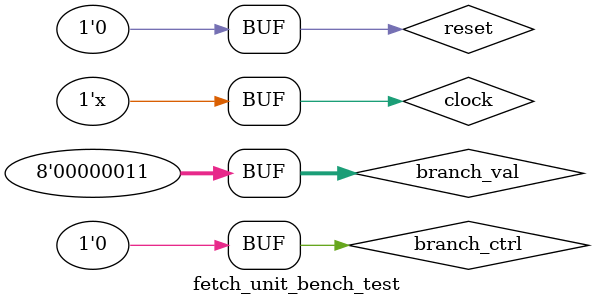
<source format=v>
module fetch_unit_bench_test();

// Declare inputs as regs and outputs as wires
reg clock;
reg reset;
reg branch_ctrl;
reg [7:0] branch_val;
wire [8:0] instruction_val;


// Initialize all variables
initial begin

	clock = 1; 		// initial value of clock
	
	#10				//PC = 1
	#10
	#10
	#10 reset = 1; //should reset instruction_val
	#10 reset = 0;
	#10 branch_ctrl = 1; branch_val = 8'd3; 
	#10 branch_ctrl = 0; 
	#10
	#10
	#10 reset = 1;
	#10 reset = 0;
	
	
end

// Clock generator
always begin
	#5 clock = ~clock; // Toggle clock every 5 ticks
	// this makes the clock cycle 10 ticks
end



fetch_unit	b2v_inst(
	.clock(clock),
	.reset(reset),
	.branch_ctrl(branch_ctrl),
	.branch_val(branch_val),
	.instruction_val(instruction_val));

endmodule

</source>
